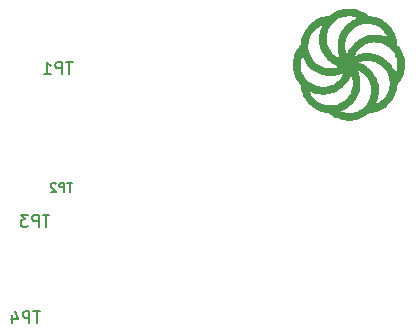
<source format=gbo>
G04 #@! TF.GenerationSoftware,KiCad,Pcbnew,(6.0.9)*
G04 #@! TF.CreationDate,2023-01-08T00:32:06-05:00*
G04 #@! TF.ProjectId,DMG-DECN-02,444d472d-4445-4434-9e2d-30322e6b6963,rev?*
G04 #@! TF.SameCoordinates,Original*
G04 #@! TF.FileFunction,Legend,Bot*
G04 #@! TF.FilePolarity,Positive*
%FSLAX46Y46*%
G04 Gerber Fmt 4.6, Leading zero omitted, Abs format (unit mm)*
G04 Created by KiCad (PCBNEW (6.0.9)) date 2023-01-08 00:32:06*
%MOMM*%
%LPD*%
G01*
G04 APERTURE LIST*
%ADD10C,0.150000*%
%ADD11O,1.524000X3.500000*%
G04 APERTURE END LIST*
D10*
X130871904Y-101782380D02*
X130300476Y-101782380D01*
X130586190Y-102782380D02*
X130586190Y-101782380D01*
X129967142Y-102782380D02*
X129967142Y-101782380D01*
X129586190Y-101782380D01*
X129490952Y-101830000D01*
X129443333Y-101877619D01*
X129395714Y-101972857D01*
X129395714Y-102115714D01*
X129443333Y-102210952D01*
X129490952Y-102258571D01*
X129586190Y-102306190D01*
X129967142Y-102306190D01*
X129062380Y-101782380D02*
X128443333Y-101782380D01*
X128776666Y-102163333D01*
X128633809Y-102163333D01*
X128538571Y-102210952D01*
X128490952Y-102258571D01*
X128443333Y-102353809D01*
X128443333Y-102591904D01*
X128490952Y-102687142D01*
X128538571Y-102734761D01*
X128633809Y-102782380D01*
X128919523Y-102782380D01*
X129014761Y-102734761D01*
X129062380Y-102687142D01*
X132831904Y-88862380D02*
X132260476Y-88862380D01*
X132546190Y-89862380D02*
X132546190Y-88862380D01*
X131927142Y-89862380D02*
X131927142Y-88862380D01*
X131546190Y-88862380D01*
X131450952Y-88910000D01*
X131403333Y-88957619D01*
X131355714Y-89052857D01*
X131355714Y-89195714D01*
X131403333Y-89290952D01*
X131450952Y-89338571D01*
X131546190Y-89386190D01*
X131927142Y-89386190D01*
X130403333Y-89862380D02*
X130974761Y-89862380D01*
X130689047Y-89862380D02*
X130689047Y-88862380D01*
X130784285Y-89005238D01*
X130879523Y-89100476D01*
X130974761Y-89148095D01*
X130071904Y-109952380D02*
X129500476Y-109952380D01*
X129786190Y-110952380D02*
X129786190Y-109952380D01*
X129167142Y-110952380D02*
X129167142Y-109952380D01*
X128786190Y-109952380D01*
X128690952Y-110000000D01*
X128643333Y-110047619D01*
X128595714Y-110142857D01*
X128595714Y-110285714D01*
X128643333Y-110380952D01*
X128690952Y-110428571D01*
X128786190Y-110476190D01*
X129167142Y-110476190D01*
X127738571Y-110285714D02*
X127738571Y-110952380D01*
X127976666Y-109904761D02*
X128214761Y-110619047D01*
X127595714Y-110619047D01*
X132806428Y-99059285D02*
X132377857Y-99059285D01*
X132592142Y-99809285D02*
X132592142Y-99059285D01*
X132127857Y-99809285D02*
X132127857Y-99059285D01*
X131842142Y-99059285D01*
X131770714Y-99095000D01*
X131735000Y-99130714D01*
X131699285Y-99202142D01*
X131699285Y-99309285D01*
X131735000Y-99380714D01*
X131770714Y-99416428D01*
X131842142Y-99452142D01*
X132127857Y-99452142D01*
X131413571Y-99130714D02*
X131377857Y-99095000D01*
X131306428Y-99059285D01*
X131127857Y-99059285D01*
X131056428Y-99095000D01*
X131020714Y-99130714D01*
X130985000Y-99202142D01*
X130985000Y-99273571D01*
X131020714Y-99380714D01*
X131449285Y-99809285D01*
X130985000Y-99809285D01*
G36*
X160311740Y-87071580D02*
G01*
X160327615Y-87251306D01*
X160332687Y-87371780D01*
X160395927Y-87448162D01*
X160433051Y-87493972D01*
X160554645Y-87659976D01*
X160660601Y-87831679D01*
X160751031Y-88009347D01*
X160826048Y-88193248D01*
X160885763Y-88383646D01*
X160930290Y-88580807D01*
X160959740Y-88785000D01*
X160965195Y-88851856D01*
X160968922Y-88934884D01*
X160970470Y-89025257D01*
X160970162Y-89076967D01*
X160969911Y-89118987D01*
X160967313Y-89212090D01*
X160962748Y-89300577D01*
X160956287Y-89380463D01*
X160948000Y-89447762D01*
X160909954Y-89647157D01*
X160856832Y-89843169D01*
X160789213Y-90031156D01*
X160706901Y-90211549D01*
X160609698Y-90384778D01*
X160497408Y-90551272D01*
X160409737Y-90661357D01*
X160369836Y-90711460D01*
X160321667Y-90767426D01*
X160321667Y-90832514D01*
X160320606Y-90870482D01*
X160316504Y-90929489D01*
X160309840Y-90996096D01*
X160301174Y-91065446D01*
X160291066Y-91132684D01*
X160280078Y-91192954D01*
X160270919Y-91235591D01*
X160221930Y-91414675D01*
X160156720Y-91590099D01*
X160075340Y-91761773D01*
X159977839Y-91929608D01*
X159864270Y-92093514D01*
X159734682Y-92253403D01*
X159589127Y-92409184D01*
X159563760Y-92434314D01*
X159407244Y-92578036D01*
X159246853Y-92706222D01*
X159082859Y-92818741D01*
X158915532Y-92915463D01*
X158745140Y-92996258D01*
X158571955Y-93060996D01*
X158396246Y-93109546D01*
X158218282Y-93141779D01*
X158038334Y-93157563D01*
X157917500Y-93162586D01*
X157841501Y-93225876D01*
X157782934Y-93273285D01*
X157617483Y-93393219D01*
X157445562Y-93497823D01*
X157267035Y-93587152D01*
X157081767Y-93661264D01*
X156889623Y-93720214D01*
X156690468Y-93764060D01*
X156484167Y-93792857D01*
X156451294Y-93795438D01*
X156393689Y-93797899D01*
X156325674Y-93799080D01*
X156250631Y-93799060D01*
X156171943Y-93797917D01*
X156092993Y-93795728D01*
X156017164Y-93792572D01*
X155947840Y-93788526D01*
X155888404Y-93783668D01*
X155842238Y-93778077D01*
X155648577Y-93741174D01*
X155451529Y-93688053D01*
X155262452Y-93620357D01*
X155081061Y-93537956D01*
X154907070Y-93440720D01*
X154740195Y-93328518D01*
X154580150Y-93201220D01*
X154525794Y-93154438D01*
X154416604Y-93149215D01*
X154403209Y-93148533D01*
X154221337Y-93130907D01*
X154043398Y-93098111D01*
X153871667Y-93050558D01*
X153763017Y-93010632D01*
X155527184Y-93010632D01*
X155527542Y-93014244D01*
X155540342Y-93022060D01*
X155565735Y-93032363D01*
X155601529Y-93044543D01*
X155645531Y-93057987D01*
X155695550Y-93072086D01*
X155749393Y-93086229D01*
X155804868Y-93099804D01*
X155859784Y-93112201D01*
X155911948Y-93122809D01*
X155959167Y-93131017D01*
X155974776Y-93133129D01*
X156016590Y-93137257D01*
X156068375Y-93140979D01*
X156126332Y-93144153D01*
X156186666Y-93146635D01*
X156245580Y-93148282D01*
X156299277Y-93148949D01*
X156343961Y-93148494D01*
X156375834Y-93146773D01*
X156383226Y-93146035D01*
X156477728Y-93135631D01*
X156559914Y-93124385D01*
X156633842Y-93111508D01*
X156703572Y-93096211D01*
X156773161Y-93077703D01*
X156846667Y-93055197D01*
X156868371Y-93048025D01*
X157019475Y-92988170D01*
X157164863Y-92913046D01*
X157303462Y-92823340D01*
X157434194Y-92719737D01*
X157555984Y-92602923D01*
X157619663Y-92533028D01*
X157734047Y-92390249D01*
X157832928Y-92241497D01*
X157916384Y-92086576D01*
X157984492Y-91925288D01*
X158037331Y-91757440D01*
X158074977Y-91582833D01*
X158097507Y-91401272D01*
X158105000Y-91212561D01*
X158104582Y-91167979D01*
X158095706Y-91011244D01*
X158074848Y-90863465D01*
X158041421Y-90722006D01*
X157994836Y-90584230D01*
X157934508Y-90447500D01*
X157905856Y-90392034D01*
X157822861Y-90254723D01*
X157725836Y-90122504D01*
X157616547Y-89997297D01*
X157496755Y-89881024D01*
X157368224Y-89775606D01*
X157232717Y-89682962D01*
X157220097Y-89675314D01*
X157188227Y-89656819D01*
X157150751Y-89635849D01*
X157110543Y-89613926D01*
X157070478Y-89592574D01*
X157033432Y-89573316D01*
X157002279Y-89557674D01*
X156979893Y-89547172D01*
X156969151Y-89543333D01*
X156969775Y-89547919D01*
X156975766Y-89564909D01*
X156986427Y-89591501D01*
X157000555Y-89624583D01*
X157049293Y-89745474D01*
X157067114Y-89799150D01*
X157104059Y-89910426D01*
X157148387Y-90080880D01*
X157180781Y-90251634D01*
X157185830Y-90289196D01*
X157192978Y-90362516D01*
X157198462Y-90445670D01*
X157202169Y-90534434D01*
X157203860Y-90618333D01*
X157203986Y-90624580D01*
X157203801Y-90711883D01*
X157201502Y-90792117D01*
X157196977Y-90861055D01*
X157192519Y-90905827D01*
X157163925Y-91103281D01*
X157121267Y-91292547D01*
X157064098Y-91474906D01*
X156991971Y-91651636D01*
X156904438Y-91824019D01*
X156801050Y-91993333D01*
X156778343Y-92027018D01*
X156662652Y-92183037D01*
X156535752Y-92330568D01*
X156399047Y-92468451D01*
X156253937Y-92595524D01*
X156101826Y-92710630D01*
X155944115Y-92812606D01*
X155782206Y-92900295D01*
X155617500Y-92972535D01*
X155590501Y-92983153D01*
X155559737Y-92995714D01*
X155537446Y-93005374D01*
X155527184Y-93010632D01*
X153763017Y-93010632D01*
X153729782Y-92998419D01*
X153560667Y-92920901D01*
X153394710Y-92828059D01*
X153232875Y-92720595D01*
X153076128Y-92599214D01*
X152925433Y-92464615D01*
X152781757Y-92317504D01*
X152646065Y-92158580D01*
X152585831Y-92080372D01*
X152472950Y-91915916D01*
X152375897Y-91748025D01*
X152294802Y-91577021D01*
X152229792Y-91403227D01*
X152214740Y-91348858D01*
X152921667Y-91348858D01*
X152921692Y-91349032D01*
X152925654Y-91358615D01*
X152935411Y-91379939D01*
X152949572Y-91410014D01*
X152966746Y-91445845D01*
X152973816Y-91460331D01*
X153046321Y-91593317D01*
X153129130Y-91718272D01*
X153224359Y-91838132D01*
X153334122Y-91955833D01*
X153345274Y-91966893D01*
X153478431Y-92087313D01*
X153617682Y-92192249D01*
X153763270Y-92281823D01*
X153915440Y-92356154D01*
X154074436Y-92415364D01*
X154240503Y-92459572D01*
X154413885Y-92488900D01*
X154432704Y-92490984D01*
X154491237Y-92495459D01*
X154560003Y-92498536D01*
X154634529Y-92500186D01*
X154710347Y-92500381D01*
X154782984Y-92499095D01*
X154847970Y-92496297D01*
X154900834Y-92491961D01*
X155007703Y-92476624D01*
X155175352Y-92438999D01*
X155338739Y-92385472D01*
X155497130Y-92316336D01*
X155649795Y-92231885D01*
X155796000Y-92132413D01*
X155821392Y-92112520D01*
X155871273Y-92069917D01*
X155926626Y-92019154D01*
X155984363Y-91963318D01*
X156041398Y-91905498D01*
X156094643Y-91848779D01*
X156141011Y-91796251D01*
X156177414Y-91750999D01*
X156204131Y-91714527D01*
X156298614Y-91569827D01*
X156377192Y-91421553D01*
X156440339Y-91268729D01*
X156488526Y-91110379D01*
X156495684Y-91081657D01*
X156510503Y-91017586D01*
X156521929Y-90958936D01*
X156530365Y-90902032D01*
X156536211Y-90843195D01*
X156539868Y-90778751D01*
X156541738Y-90705023D01*
X156542221Y-90618333D01*
X156542204Y-90603818D01*
X156541898Y-90537258D01*
X156541088Y-90483583D01*
X156539580Y-90439623D01*
X156537182Y-90402205D01*
X156533702Y-90368159D01*
X156528946Y-90334314D01*
X156522723Y-90297500D01*
X156517323Y-90268841D01*
X156502964Y-90202037D01*
X156486004Y-90132693D01*
X156467708Y-90065564D01*
X156449341Y-90005408D01*
X156432167Y-89956979D01*
X156416192Y-89916459D01*
X156388805Y-89986146D01*
X156308057Y-90169618D01*
X156212151Y-90347292D01*
X156102514Y-90516314D01*
X155979835Y-90675711D01*
X155844801Y-90824511D01*
X155698101Y-90961744D01*
X155650533Y-91001847D01*
X155484002Y-91129546D01*
X155312058Y-91242336D01*
X155135277Y-91339976D01*
X154954238Y-91422221D01*
X154769520Y-91488828D01*
X154581701Y-91539555D01*
X154391359Y-91574157D01*
X154199072Y-91592393D01*
X154135391Y-91594939D01*
X153937599Y-91593501D01*
X153741351Y-91578190D01*
X153548620Y-91549350D01*
X153361378Y-91507326D01*
X153181597Y-91452461D01*
X153011250Y-91385100D01*
X152976643Y-91369969D01*
X152948071Y-91358028D01*
X152928761Y-91350592D01*
X152921667Y-91348858D01*
X152214740Y-91348858D01*
X152180995Y-91226966D01*
X152148541Y-91048560D01*
X152132557Y-90868333D01*
X152127414Y-90747500D01*
X152064124Y-90671500D01*
X151989645Y-90577841D01*
X151872912Y-90410547D01*
X151771290Y-90236392D01*
X151684903Y-90055651D01*
X151613877Y-89868600D01*
X151558338Y-89675513D01*
X151518412Y-89476666D01*
X151501678Y-89347252D01*
X151489808Y-89171568D01*
X151489234Y-89052225D01*
X152140823Y-89052225D01*
X152144827Y-89204020D01*
X152159655Y-89352738D01*
X152167801Y-89405891D01*
X152204214Y-89574958D01*
X152255523Y-89736589D01*
X152321648Y-89890649D01*
X152402507Y-90037000D01*
X152498020Y-90175509D01*
X152608105Y-90306040D01*
X152732681Y-90428456D01*
X152871667Y-90542623D01*
X153016152Y-90642427D01*
X153165748Y-90727588D01*
X153320503Y-90797670D01*
X153481744Y-90853200D01*
X153650795Y-90894703D01*
X153828984Y-90922707D01*
X153864882Y-90926165D01*
X153924143Y-90929878D01*
X153991185Y-90932366D01*
X154061944Y-90933604D01*
X154132353Y-90933567D01*
X154198348Y-90932232D01*
X154255863Y-90929573D01*
X154300834Y-90925565D01*
X154407731Y-90908661D01*
X154568254Y-90870031D01*
X154724048Y-90816517D01*
X154873084Y-90748853D01*
X155013334Y-90667774D01*
X155024101Y-90660744D01*
X155159050Y-90562784D01*
X155287183Y-90451592D01*
X155406135Y-90329576D01*
X155513541Y-90199147D01*
X155607038Y-90062716D01*
X155614686Y-90050096D01*
X155633181Y-90018226D01*
X155654151Y-89980750D01*
X155676074Y-89940542D01*
X155697426Y-89900477D01*
X155716684Y-89863431D01*
X155732326Y-89832278D01*
X155742828Y-89809892D01*
X155746667Y-89799150D01*
X155742081Y-89799774D01*
X155725091Y-89805765D01*
X155698499Y-89816426D01*
X155665417Y-89830554D01*
X155559382Y-89873751D01*
X155390369Y-89930853D01*
X155213938Y-89977286D01*
X155034167Y-90011877D01*
X155001960Y-90016707D01*
X154967644Y-90021106D01*
X154933248Y-90024454D01*
X154896009Y-90026886D01*
X154853163Y-90028540D01*
X154801944Y-90029553D01*
X154739589Y-90030060D01*
X154663334Y-90030199D01*
X154587802Y-90030069D01*
X154525717Y-90029582D01*
X154474724Y-90028598D01*
X154432028Y-90026975D01*
X154394835Y-90024573D01*
X154360351Y-90021251D01*
X154325782Y-90016867D01*
X154288334Y-90011281D01*
X154101595Y-89976035D01*
X153921549Y-89928953D01*
X153750284Y-89869848D01*
X153585632Y-89797875D01*
X153425427Y-89712184D01*
X153267500Y-89611929D01*
X153262984Y-89608830D01*
X153106709Y-89492663D01*
X152959020Y-89365397D01*
X152821065Y-89228440D01*
X152693992Y-89083196D01*
X152578948Y-88931074D01*
X152477080Y-88773479D01*
X152389537Y-88611819D01*
X152317465Y-88447500D01*
X152306847Y-88420500D01*
X152294286Y-88389736D01*
X152284626Y-88367445D01*
X152279368Y-88357183D01*
X152279231Y-88357052D01*
X152274469Y-88362592D01*
X152266022Y-88381263D01*
X152254846Y-88410353D01*
X152241899Y-88447150D01*
X152228135Y-88488943D01*
X152214511Y-88533019D01*
X152201984Y-88576666D01*
X152191661Y-88616618D01*
X152164448Y-88754699D01*
X152147432Y-88901176D01*
X152140823Y-89052225D01*
X151489234Y-89052225D01*
X151488940Y-88991128D01*
X151498937Y-88810196D01*
X151519663Y-88633033D01*
X151550979Y-88463904D01*
X151563003Y-88413086D01*
X151615377Y-88235665D01*
X151683148Y-88059815D01*
X151765343Y-87887437D01*
X151860994Y-87720433D01*
X151969130Y-87560703D01*
X152003742Y-87517151D01*
X152789748Y-87517151D01*
X152790216Y-87588354D01*
X152792264Y-87651798D01*
X152795987Y-87703471D01*
X152814701Y-87839069D01*
X152852314Y-88008356D01*
X152905223Y-88171218D01*
X152973614Y-88328129D01*
X153057674Y-88479565D01*
X153157587Y-88625999D01*
X153177480Y-88651391D01*
X153220083Y-88701272D01*
X153270846Y-88756625D01*
X153326682Y-88814362D01*
X153384502Y-88871397D01*
X153441221Y-88924642D01*
X153493749Y-88971010D01*
X153539001Y-89007413D01*
X153570491Y-89030540D01*
X153716623Y-89126289D01*
X153867490Y-89206283D01*
X154024159Y-89270973D01*
X154187696Y-89320815D01*
X154359167Y-89356262D01*
X154370299Y-89357892D01*
X154414076Y-89362482D01*
X154469559Y-89366384D01*
X154533207Y-89369519D01*
X154601481Y-89371810D01*
X154670841Y-89373178D01*
X154737746Y-89373547D01*
X154798657Y-89372839D01*
X154850033Y-89370975D01*
X154888334Y-89367878D01*
X154926512Y-89362686D01*
X155001247Y-89350086D01*
X155079316Y-89334245D01*
X155156735Y-89316123D01*
X155229518Y-89296682D01*
X155293678Y-89276883D01*
X155345231Y-89257687D01*
X155372962Y-89245960D01*
X155303565Y-89218689D01*
X155196749Y-89173914D01*
X155014812Y-89083763D01*
X154842129Y-88979804D01*
X154695002Y-88873808D01*
X157086460Y-88873808D01*
X157156147Y-88901195D01*
X157210428Y-88923411D01*
X157335524Y-88980721D01*
X157460555Y-89045878D01*
X157579999Y-89115907D01*
X157688334Y-89187835D01*
X157719400Y-89210343D01*
X157763854Y-89245960D01*
X157872358Y-89332894D01*
X158016503Y-89468144D01*
X158150859Y-89614678D01*
X158274453Y-89771084D01*
X158386310Y-89935945D01*
X158485456Y-90107848D01*
X158570916Y-90285379D01*
X158641716Y-90467123D01*
X158696881Y-90651666D01*
X158729331Y-90802853D01*
X158754433Y-90986360D01*
X158765768Y-91174578D01*
X158765323Y-91212561D01*
X158763532Y-91365275D01*
X158747918Y-91556221D01*
X158719121Y-91745184D01*
X158677333Y-91929933D01*
X158622749Y-92108236D01*
X158555563Y-92277862D01*
X158555290Y-92278473D01*
X158540140Y-92313379D01*
X158528536Y-92341925D01*
X158521615Y-92361181D01*
X158520513Y-92368220D01*
X158531497Y-92364632D01*
X158554546Y-92354199D01*
X158586573Y-92338413D01*
X158624755Y-92318772D01*
X158666269Y-92296772D01*
X158708291Y-92273911D01*
X158747997Y-92251687D01*
X158782563Y-92231597D01*
X158809167Y-92215139D01*
X158885064Y-92162958D01*
X159018188Y-92057518D01*
X159141743Y-91941187D01*
X159254569Y-91815433D01*
X159355504Y-91681720D01*
X159443387Y-91541516D01*
X159517058Y-91396287D01*
X159575355Y-91247500D01*
X159590559Y-91200484D01*
X159618436Y-91101843D01*
X159639485Y-91005403D01*
X159654475Y-90906555D01*
X159664173Y-90800689D01*
X159669346Y-90683195D01*
X159669826Y-90661357D01*
X159668743Y-90517793D01*
X159659616Y-90385014D01*
X159641962Y-90259433D01*
X159615295Y-90137464D01*
X159579131Y-90015522D01*
X159557730Y-89954809D01*
X159497095Y-89811390D01*
X159424298Y-89675286D01*
X159338213Y-89544720D01*
X159237713Y-89417914D01*
X159121675Y-89293090D01*
X158992333Y-89173089D01*
X158858843Y-89068600D01*
X158720346Y-88979343D01*
X158575654Y-88904704D01*
X158423575Y-88844071D01*
X158262921Y-88796828D01*
X158092500Y-88762363D01*
X158062089Y-88757978D01*
X158023299Y-88753882D01*
X157979420Y-88750953D01*
X157927561Y-88749052D01*
X157864829Y-88748040D01*
X157788334Y-88747779D01*
X157773819Y-88747796D01*
X157707259Y-88748102D01*
X157653584Y-88748912D01*
X157609624Y-88750420D01*
X157572206Y-88752818D01*
X157538160Y-88756298D01*
X157504315Y-88761054D01*
X157467500Y-88767277D01*
X157438842Y-88772677D01*
X157372038Y-88787036D01*
X157302694Y-88803996D01*
X157235565Y-88822292D01*
X157175409Y-88840659D01*
X157126980Y-88857833D01*
X157086460Y-88873808D01*
X154695002Y-88873808D01*
X154678851Y-88862172D01*
X154525129Y-88730998D01*
X154381113Y-88586417D01*
X154246953Y-88428562D01*
X154122801Y-88257565D01*
X154008807Y-88073560D01*
X153964836Y-87993067D01*
X153883586Y-87821626D01*
X153815831Y-87645132D01*
X153763073Y-87467291D01*
X153732728Y-87327357D01*
X153706579Y-87142591D01*
X153694428Y-86953197D01*
X153694619Y-86931158D01*
X154355334Y-86931158D01*
X154356350Y-87002811D01*
X154359076Y-87066752D01*
X154363548Y-87118551D01*
X154368921Y-87159288D01*
X154400189Y-87323870D01*
X154446099Y-87481517D01*
X154506913Y-87632749D01*
X154582896Y-87778085D01*
X154674311Y-87918046D01*
X154781422Y-88053151D01*
X154904493Y-88183919D01*
X154986504Y-88259768D01*
X155111304Y-88358988D01*
X155246843Y-88448590D01*
X155395463Y-88530229D01*
X155398500Y-88531751D01*
X155433728Y-88549250D01*
X155463020Y-88563525D01*
X155483399Y-88573142D01*
X155491885Y-88576666D01*
X155491119Y-88572063D01*
X155484935Y-88555068D01*
X155474092Y-88528483D01*
X155459816Y-88495416D01*
X155410438Y-88373612D01*
X155393139Y-88321548D01*
X156713334Y-88321548D01*
X156717908Y-88320697D01*
X156734894Y-88314466D01*
X156761491Y-88303638D01*
X156794584Y-88289445D01*
X156915475Y-88240707D01*
X157080427Y-88185941D01*
X157250881Y-88141613D01*
X157421635Y-88109219D01*
X157459197Y-88104170D01*
X157532517Y-88097022D01*
X157615671Y-88091538D01*
X157704435Y-88087831D01*
X157794581Y-88086014D01*
X157881884Y-88086199D01*
X157962118Y-88088498D01*
X158031056Y-88093023D01*
X158071579Y-88097044D01*
X158273504Y-88126543D01*
X158468753Y-88171259D01*
X158657615Y-88231308D01*
X158840380Y-88306808D01*
X159017339Y-88397875D01*
X159188783Y-88504628D01*
X159355000Y-88627183D01*
X159384324Y-88651481D01*
X159431567Y-88693164D01*
X159484508Y-88742117D01*
X159540528Y-88795748D01*
X159597010Y-88851465D01*
X159651336Y-88906675D01*
X159700888Y-88958784D01*
X159743048Y-89005201D01*
X159775199Y-89043333D01*
X159841253Y-89131180D01*
X159913305Y-89237174D01*
X159981764Y-89348242D01*
X160044331Y-89460445D01*
X160098706Y-89569844D01*
X160142588Y-89672500D01*
X160153185Y-89699488D01*
X160165730Y-89730257D01*
X160175379Y-89752553D01*
X160180633Y-89762816D01*
X160180770Y-89762947D01*
X160185532Y-89757407D01*
X160193979Y-89738736D01*
X160205155Y-89709646D01*
X160218102Y-89672849D01*
X160231866Y-89631056D01*
X160245490Y-89586980D01*
X160258017Y-89543333D01*
X160270998Y-89492096D01*
X160296031Y-89360696D01*
X160312175Y-89220920D01*
X160319169Y-89076967D01*
X160316751Y-88933038D01*
X160304661Y-88793333D01*
X160303369Y-88783218D01*
X160273193Y-88613987D01*
X160227782Y-88450403D01*
X160167562Y-88293328D01*
X160092959Y-88143625D01*
X160004402Y-88002157D01*
X159902317Y-87869787D01*
X159787131Y-87747377D01*
X159701754Y-87669101D01*
X159558800Y-87554794D01*
X159410093Y-87456064D01*
X159255375Y-87372808D01*
X159094386Y-87304921D01*
X158926869Y-87252300D01*
X158752565Y-87214842D01*
X158571215Y-87192443D01*
X158382562Y-87185000D01*
X158343376Y-87185324D01*
X158184850Y-87193977D01*
X158035403Y-87214804D01*
X157892632Y-87248341D01*
X157754132Y-87295124D01*
X157617500Y-87355691D01*
X157579935Y-87374913D01*
X157438251Y-87458584D01*
X157302390Y-87556464D01*
X157174145Y-87666909D01*
X157055308Y-87788273D01*
X156947671Y-87918913D01*
X156853026Y-88057183D01*
X156844223Y-88071777D01*
X156825988Y-88103420D01*
X156805241Y-88140708D01*
X156783506Y-88180760D01*
X156762307Y-88220691D01*
X156743166Y-88257619D01*
X156727608Y-88288660D01*
X156717156Y-88310931D01*
X156713334Y-88321548D01*
X155393139Y-88321548D01*
X155356008Y-88209799D01*
X155311510Y-88038616D01*
X155278123Y-87864166D01*
X155273293Y-87831959D01*
X155268894Y-87797643D01*
X155265546Y-87763247D01*
X155263114Y-87726008D01*
X155261460Y-87683162D01*
X155260447Y-87631943D01*
X155259940Y-87569588D01*
X155259816Y-87501666D01*
X155917780Y-87501666D01*
X155917784Y-87505767D01*
X155918782Y-87599075D01*
X155921809Y-87679744D01*
X155927346Y-87751579D01*
X155935876Y-87818385D01*
X155947879Y-87883965D01*
X155963838Y-87952124D01*
X155984233Y-88026666D01*
X155994485Y-88061353D01*
X156007319Y-88102745D01*
X156018982Y-88138346D01*
X156027834Y-88163020D01*
X156043809Y-88203540D01*
X156071196Y-88133853D01*
X156152468Y-87949378D01*
X156248376Y-87771971D01*
X156358009Y-87603116D01*
X156480632Y-87443852D01*
X156615508Y-87295218D01*
X156761900Y-87158255D01*
X156804520Y-87122241D01*
X156971500Y-86993599D01*
X157143816Y-86880051D01*
X157320967Y-86781807D01*
X157502454Y-86699077D01*
X157687777Y-86632071D01*
X157876436Y-86581000D01*
X158067930Y-86546073D01*
X158261761Y-86527502D01*
X158343446Y-86524433D01*
X158537223Y-86526996D01*
X158730072Y-86543049D01*
X158919776Y-86572207D01*
X159104120Y-86614082D01*
X159280888Y-86668287D01*
X159447863Y-86734437D01*
X159448475Y-86734710D01*
X159483390Y-86749840D01*
X159511959Y-86761388D01*
X159531252Y-86768227D01*
X159538334Y-86769230D01*
X159537957Y-86767808D01*
X159532285Y-86754581D01*
X159520858Y-86730259D01*
X159505035Y-86697695D01*
X159486176Y-86659743D01*
X159451459Y-86593331D01*
X159382690Y-86477145D01*
X159306875Y-86368918D01*
X159221007Y-86264521D01*
X159122077Y-86159825D01*
X159037492Y-86080057D01*
X158900492Y-85968809D01*
X158756306Y-85872593D01*
X158604958Y-85791424D01*
X158446473Y-85725312D01*
X158280875Y-85674270D01*
X158108188Y-85638312D01*
X158104825Y-85637782D01*
X158055007Y-85631774D01*
X157992889Y-85626872D01*
X157922482Y-85623170D01*
X157847798Y-85620763D01*
X157772849Y-85619747D01*
X157701646Y-85620215D01*
X157638202Y-85622263D01*
X157586529Y-85625986D01*
X157450931Y-85644700D01*
X157281644Y-85682313D01*
X157118782Y-85735222D01*
X156961871Y-85803613D01*
X156810435Y-85887673D01*
X156664001Y-85987586D01*
X156638609Y-86007479D01*
X156588728Y-86050082D01*
X156533375Y-86100845D01*
X156475638Y-86156681D01*
X156418603Y-86214501D01*
X156365358Y-86271220D01*
X156318990Y-86323748D01*
X156282587Y-86369000D01*
X156246704Y-86418378D01*
X156154436Y-86562211D01*
X156077555Y-86710420D01*
X156015374Y-86864625D01*
X155967211Y-87026445D01*
X155932380Y-87197500D01*
X155927951Y-87228205D01*
X155923865Y-87266949D01*
X155920943Y-87310774D01*
X155919048Y-87362572D01*
X155918040Y-87425238D01*
X155917780Y-87501666D01*
X155259816Y-87501666D01*
X155259801Y-87493333D01*
X155259931Y-87417801D01*
X155260418Y-87355716D01*
X155261402Y-87304723D01*
X155263025Y-87262027D01*
X155265427Y-87224834D01*
X155268749Y-87190350D01*
X155273133Y-87155781D01*
X155278719Y-87118333D01*
X155305869Y-86969619D01*
X155352791Y-86780844D01*
X155412728Y-86600823D01*
X155486408Y-86427893D01*
X155574560Y-86260389D01*
X155677916Y-86096646D01*
X155797203Y-85935000D01*
X155818090Y-85909563D01*
X155858855Y-85863050D01*
X155907419Y-85810358D01*
X155961116Y-85754176D01*
X156017282Y-85697195D01*
X156073251Y-85642103D01*
X156126360Y-85591589D01*
X156173942Y-85548343D01*
X156213334Y-85515054D01*
X156303494Y-85447155D01*
X156408774Y-85375662D01*
X156519305Y-85307609D01*
X156631098Y-85245329D01*
X156740160Y-85191152D01*
X156842500Y-85147412D01*
X156869489Y-85136815D01*
X156900258Y-85124270D01*
X156922554Y-85114621D01*
X156932817Y-85109367D01*
X156932948Y-85109230D01*
X156927408Y-85104468D01*
X156908737Y-85096021D01*
X156879647Y-85084845D01*
X156842850Y-85071898D01*
X156801057Y-85058134D01*
X156756981Y-85044510D01*
X156713334Y-85031983D01*
X156576031Y-85001131D01*
X156427404Y-84980643D01*
X156273331Y-84971230D01*
X156117427Y-84972978D01*
X155963301Y-84985975D01*
X155814567Y-85010308D01*
X155713931Y-85034086D01*
X155552356Y-85085430D01*
X155398720Y-85151388D01*
X155252966Y-85231995D01*
X155115036Y-85327290D01*
X154984873Y-85437309D01*
X154862420Y-85562089D01*
X154747621Y-85701666D01*
X154648136Y-85845290D01*
X154562885Y-85994771D01*
X154492668Y-86149641D01*
X154436992Y-86311138D01*
X154395365Y-86480505D01*
X154367293Y-86658983D01*
X154362182Y-86714229D01*
X154358286Y-86782437D01*
X154355992Y-86856224D01*
X154355334Y-86931158D01*
X153694619Y-86931158D01*
X153696088Y-86761346D01*
X153711367Y-86569210D01*
X153740078Y-86378961D01*
X153782029Y-86192770D01*
X153837033Y-86012809D01*
X153904900Y-85841250D01*
X153920031Y-85806642D01*
X153931972Y-85778070D01*
X153939408Y-85758760D01*
X153941142Y-85751666D01*
X153940968Y-85751691D01*
X153931385Y-85755653D01*
X153910061Y-85765410D01*
X153879986Y-85779571D01*
X153844155Y-85796745D01*
X153826679Y-85805293D01*
X153694792Y-85877465D01*
X153570665Y-85959907D01*
X153451353Y-86054738D01*
X153333910Y-86164081D01*
X153248874Y-86254147D01*
X153137712Y-86391195D01*
X153041715Y-86535131D01*
X152960829Y-86686059D01*
X152895002Y-86844081D01*
X152844181Y-87009298D01*
X152808313Y-87181812D01*
X152807783Y-87185175D01*
X152801775Y-87234993D01*
X152796873Y-87297111D01*
X152793171Y-87367518D01*
X152790764Y-87442202D01*
X152789748Y-87517151D01*
X152003742Y-87517151D01*
X152088780Y-87410149D01*
X152135562Y-87355793D01*
X152140785Y-87246603D01*
X152156677Y-87068954D01*
X152189215Y-86885653D01*
X152237966Y-86706216D01*
X152302928Y-86530643D01*
X152384100Y-86358937D01*
X152481482Y-86191099D01*
X152595072Y-86027132D01*
X152724870Y-85867037D01*
X152870874Y-85710815D01*
X152896241Y-85685685D01*
X153052757Y-85541963D01*
X153213148Y-85413777D01*
X153377142Y-85301258D01*
X153544469Y-85204536D01*
X153714861Y-85123741D01*
X153888046Y-85059003D01*
X154063755Y-85010453D01*
X154241719Y-84978220D01*
X154421667Y-84962436D01*
X154542500Y-84957413D01*
X154618500Y-84894123D01*
X154662751Y-84858053D01*
X154827763Y-84736670D01*
X154999184Y-84630666D01*
X155177086Y-84540012D01*
X155361545Y-84464675D01*
X155552635Y-84404625D01*
X155750428Y-84359831D01*
X155955000Y-84330260D01*
X156021857Y-84324805D01*
X156104885Y-84321078D01*
X156195258Y-84319530D01*
X156288988Y-84320089D01*
X156382091Y-84322687D01*
X156470578Y-84327252D01*
X156550464Y-84333713D01*
X156617763Y-84342000D01*
X156817158Y-84380046D01*
X157013170Y-84433168D01*
X157201157Y-84500787D01*
X157381550Y-84583099D01*
X157554779Y-84680302D01*
X157721273Y-84792592D01*
X157881461Y-84920164D01*
X157937427Y-84968333D01*
X158002515Y-84968333D01*
X158040483Y-84969394D01*
X158099490Y-84973496D01*
X158166097Y-84980160D01*
X158235447Y-84988826D01*
X158302685Y-84998934D01*
X158362955Y-85009922D01*
X158397176Y-85017198D01*
X158576537Y-85065450D01*
X158695860Y-85109230D01*
X158752245Y-85129918D01*
X158924190Y-85210540D01*
X159092263Y-85307255D01*
X159256354Y-85420000D01*
X159416353Y-85548713D01*
X159572150Y-85693333D01*
X159605457Y-85726865D01*
X159748653Y-85882997D01*
X159876461Y-86043168D01*
X159988733Y-86207067D01*
X160085315Y-86374382D01*
X160166058Y-86544803D01*
X160230811Y-86718017D01*
X160244980Y-86769230D01*
X160279422Y-86893713D01*
X160311740Y-87071580D01*
G37*
%LPC*%
D11*
X126150000Y-110550000D03*
X126325000Y-92550000D03*
X126150000Y-104475000D03*
X126200000Y-98525000D03*
M02*

</source>
